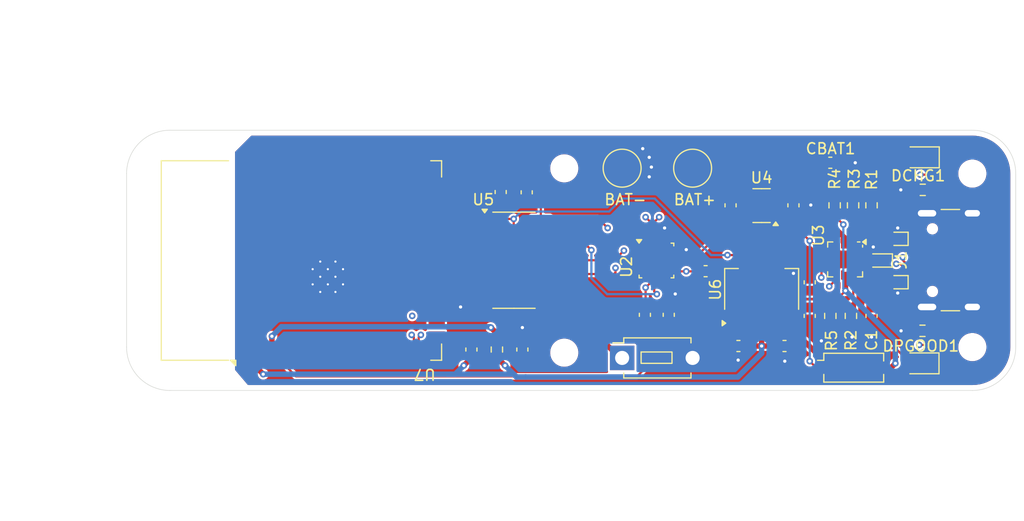
<source format=kicad_pcb>
(kicad_pcb (version 20241229) (generator "pcbnew") (generator_version "9.0")
  (layers (0 "F.Cu" signal) (4 "In1.Cu" signal) (6 "In2.Cu" signal) (2 "B.Cu" signal) (13 "F.Paste" user) (15 "B.Paste" user) (5 "F.SilkS" user "F.Silkscreen") (7 "B.SilkS" user "B.Silkscreen") (1 "F.Mask" user) (3 "B.Mask" user) (25 "Edge.Cuts" user))
  (net 0 "")
  (net 1 "GND")
  (net 16 "Net-(U3-ILIM)")
  (net 17 "Net-(U3-ISET)")
  (net 18 "+5V")
  (net 20 "Net-(BT1-+)")
  (net 21 "Net-(U2-REGOUT)")
  (net 22 "Net-(U3-TS)")
  (net 23 "Net-(U2-SDA{slash}SDI)")
  (net 24 "Net-(U2-SDO{slash}AD0)")
  (net 25 "Net-(U2-~{CS})")
  (net 26 "Net-(U2-SCL{slash}SCLK)")
  (net 31 "Net-(J1-CC1)")
  (net 32 "Net-(J1-CC2)")
  (net 33 "Net-(SW2A-A)")
  (net 34 "LED_PWR")
  (net 35 "+1V8")
  (net 36 "+3V3")
  (net 37 "Net-(DCHG1-A)")
  (net 38 "Net-(DCHG1-K)")
  (net 39 "Net-(DPGOOD1-A)")
  (net 40 "Net-(DPGOOD1-K)")
  (net 41 "Net-(U7-EN)")
  (net 42 "D+")
  (net 43 "D-")
  (net 44 "INT1")
  (net 45 "SDO")
  (net 46 "SCL")
  (net 47 "CS")
  (net 48 "SDA")
  (footprint "Package_DFN_QFN:VQFN-16-1EP_3x3mm_P0.5mm_EP1.6x1.6mm" (layer "F.Cu") (at 170.265 82.915 -90)
    (property "Reference" "U3")
    (property "Value" "BQ24074")
  )
  (footprint "Button_Switch_THT:SW_PUSH_1P1T_6x3.5mm_H4.3_APEM_MJTP1243" (layer "F.Cu") (at 149.7 92)
    (property "Reference" "SW1" (hide yes))
    (property "Value" "SW_Push")
  )
  (footprint "Capacitor_SMD:C_0603_1608Metric" (layer "F.Cu") (at 164.675 90.9 180)
    (property "Reference" "COUT1" (hide yes))
    (property "Value" "22uF")
  )
  (footprint "Resistor_SMD:R_0603_1608Metric" (layer "F.Cu") (at 177.4 89.5 180)
    (property "Reference" "R_CC1" (hide yes))
    (property "Value" "R5.1k")
  )
  (footprint "Resistor_SMD:R_0603_1608Metric" (layer "F.Cu") (at 171 77.925 -90)
    (property "Reference" "R3")
    (property "Value" "R10k")
  )
  (footprint "Resistor_SMD:R_0603_1608Metric" (layer "F.Cu") (at 169.3 77.925 90)
    (property "Reference" "R4")
    (property "Value" "R1k")
  )
  (footprint "Capacitor_SMD:C_0603_1608Metric" (layer "F.Cu") (at 138.5 76.7 90)
    (property "Reference" "C_BP7" (hide yes))
    (property "Value" "0.1uF")
  )
  (footprint "MountingHole:MountingHole_2.2mm_M2" (layer "F.Cu") (at 182 91 90)
    (property "Reference" "H4" (hide yes))
    (property "Value" "MountingHole")
  )
  (footprint "Button_Switch_SMD:SW_DIP_SPSTx01_Slide_Copal_CHS-01A_W5.08mm_P1.27mm_JPin" (layer "F.Cu") (at 171.06 92.9)
    (property "Reference" "SW2" (hide yes))
    (property "Value" "SW")
  )
  (footprint "Capacitor_SMD:C_0603_1608Metric" (layer "F.Cu") (at 160.425 90.9 180)
    (property "Reference" "C_BP2" (hide yes))
    (property "Value" "0.1uF")
  )
  (footprint "MountingHole:MountingHole_2.2mm_M2" (layer "F.Cu") (at 144.365 74.515 90)
    (property "Reference" "H2" (hide yes))
    (property "Value" "MountingHole")
  )
  (footprint "Sensor_Motion:InvenSense_QFN-24_3x3mm_P0.4mm" (layer "F.Cu") (at 152.865 83.015)
    (property "Reference" "U2")
    (property "Value" "ICM-20948")
  )
  (footprint "Resistor_SMD:R_0603_1608Metric" (layer "F.Cu") (at 172.7 77.925 90)
    (property "Reference" "R1")
    (property "Value" "R1.13k")
  )
  (footprint "Capacitor_SMD:C_0603_1608Metric" (layer "F.Cu") (at 168.9 74)
    (property "Reference" "CBAT1")
    (property "Value" "4.7uF")
  )
  (footprint "Capacitor_SMD:C_0603_1608Metric" (layer "F.Cu") (at 172.7 88.125 90)
    (property "Reference" "C1")
    (property "Value" "1uF")
  )
  (footprint "Capacitor_SMD:C_0603_1608Metric" (layer "F.Cu") (at 154 88.025 -90)
    (property "Reference" "C2" (hide yes))
    (property "Value" "0.1uF")
  )
  (footprint "Package_TO_SOT_SMD:SOT-223-3_TabPin2" (layer "F.Cu") (at 162.565 85.665 90)
    (property "Reference" "U6")
    (property "Value" "AMS1117-3.3")
  )
  (footprint "Resistor_SMD:R_0603_1608Metric" (layer "F.Cu") (at 170.8 88.125 -90)
    (property "Reference" "R2")
    (property "Value" "R1.18k")
  )
  (footprint "Capacitor_SMD:C_0603_1608Metric" (layer "F.Cu") (at 140.9 76.725 90)
    (property "Reference" "C_BP6" (hide yes))
    (property "Value" "0.1uF")
  )
  (footprint "Package_SO:SOIC-14_3.9x8.7mm_P1.27mm" (layer "F.Cu") (at 139.725 82.99)
    (property "Reference" "U5")
    (property "Value" "TXB0104D")
  )
  (footprint "MountingHole:MountingHole_2.2mm_M2" (layer "F.Cu") (at 182 75 90)
    (property "Reference" "H3" (hide yes))
    (property "Value" "MountingHole")
  )
  (footprint "Capacitor_SMD:C_0603_1608Metric" (layer "F.Cu") (at 151.8 88.025 -90)
    (property "Reference" "C_BP3" (hide yes))
    (property "Value" "0.1uF")
  )
  (footprint "Resistor_SMD:R_0603_1608Metric" (layer "F.Cu") (at 138.15 91.225 -90)
    (property "Reference" "REN1" (hide yes))
    (property "Value" "R1k")
  )
  (footprint "LED_SMD:LED_0805_2012Metric" (layer "F.Cu") (at 177.2375 92.5 180)
    (property "Reference" "DPGOOD1")
    (property "Value" "LED")
  )
  (footprint "MountingHole:MountingHole_2.2mm_M2" (layer "F.Cu") (at 144.365 91.515 90)
    (property "Reference" "H1" (hide yes))
    (property "Value" "MountingHole")
  )
  (footprint "Capacitor_SMD:C_0603_1608Metric" (layer "F.Cu") (at 165.5 77.925 -90)
    (property "Reference" "CIN2" (hide yes))
    (property "Value" "1uF")
  )
  (footprint "RF_Module:ESP32-S3-WROOM-1" (layer "F.Cu") (at 120.1 83.015 90)
    (property "Reference" "U7")
    (property "Value" "ESP32-S3-WROOM-1")
  )
  (footprint "TestPoint:TestPoint_Pad_D3.0mm" (layer "F.Cu") (at 149.7 74.5)
    (property "Reference" "BAT-")
    (property "Value" "TestPoint_Pad_D3.0mm")
  )
  (footprint "Capacitor_SMD:C_0603_1608Metric" (layer "F.Cu") (at 135.8 91.225 90)
    (property "Reference" "C_BP5" (hide yes))
    (property "Value" "0.1uF")
  )
  (footprint "Diode_SMD:D_SOD-882" (layer "F.Cu") (at 175.265 85.015 180)
    (property "Reference" "D3" (hide yes))
    (property "Value" "PESD3V3U1UL")
  )
  (footprint "Capacitor_SMD:C_0603_1608Metric" (layer "F.Cu") (at 157.4 84)
    (property "Reference" "C_BP4" (hide yes))
    (property "Value" "0.1uF")
  )
  (footprint "TestPoint:TestPoint_Pad_D3.0mm" (layer "F.Cu") (at 156.2 74.5)
    (property "Reference" "BAT+")
    (property "Value" "TestPoint_Pad_D3.0mm")
  )
  (footprint "Resistor_SMD:R_0603_1608Metric" (layer "F.Cu") (at 177.425 76.5 180)
    (property "Reference" "R_CC2" (hide yes))
    (property "Value" "R5.1k")
  )
  (footprint "Capacitor_SMD:C_0603_1608Metric" (layer "F.Cu") (at 167 85.025 -90)
    (property "Reference" "C_BP1" (hide yes))
    (property "Value" "0.1uF")
  )
  (footprint "Capacitor_SMD:C_0603_1608Metric" (layer "F.Cu") (at 140.5 91.225 90)
    (property "Reference" "CEN1" (hide yes))
    (property "Value" "0.1uF")
  )
  (footprint "Package_TO_SOT_SMD:SOT-23-5" (layer "F.Cu") (at 162.5625 77.95 180)
    (property "Reference" "U4")
    (property "Value" "TLV70019_SOT23-5")
  )
  (footprint "Connector_USB:USB_C_Receptacle_GCT_USB4105-xx-A_16P_TopMnt_Horizontal" (layer "F.Cu") (at 180.925 82.98 90)
    (property "Reference" "J1")
    (property "Value" "Type-C Connector")
  )
  (footprint "Diode_SMD:Nexperia_DSN1608-2_1.6x0.8mm" (layer "F.Cu") (at 173.615 83.015 180)
    (property "Reference" "D1" (hide yes))
    (property "Value" "PTVS5V0Z1USK")
  )
  (footprint "Diode_SMD:D_SOD-882" (layer "F.Cu") (at 175.265 81.015 180)
    (property "Reference" "D2" (hide yes))
    (property "Value" "PESD3V3U1UL")
  )
  (footprint "Resistor_SMD:R_0603_1608Metric" (layer "F.Cu") (at 168.9 88.125 -90)
    (property "Reference" "R5")
    (property "Value" "R1k")
  )
  (footprint "Capacitor_SMD:C_0603_1608Metric" (layer "F.Cu") (at 159.7 77.925 90)
    (property "Reference" "COUT2" (hide yes))
    (property "Value" "1uF")
  )
  (footprint "LED_SMD:LED_0805_2012Metric" (layer "F.Cu") (at 177.2625 73.5 180)
    (property "Reference" "DCHG1")
    (property "Value" "LED")
  )
  (footprint "Capacitor_SMD:C_0603_1608Metric" (layer "F.Cu") (at 167 88.125 90)
    (property "Reference" "CIN1" (hide yes))
    (property "Value" "22uF")
  )
  (gr_line (start 104 75) (end 104 91) (stroke (width 0.05)) (layer "Edge.Cuts"))
  (gr_arc (start 186 91) (mid 184.828427 93.828427) (end 182 95) (stroke (width 0.05)) (layer "Edge.Cuts"))
  (gr_arc (start 108 95) (mid 105.171573 93.828427) (end 104 91) (stroke (width 0.05)) (layer "Edge.Cuts"))
  (gr_line (start 182 95) (end 108 95) (stroke (width 0.05)) (layer "Edge.Cuts"))
  (gr_arc (start 104 75) (mid 105.171573 72.171573) (end 108 71) (stroke (width 0.05)) (layer "Edge.Cuts"))
  (gr_arc (start 182 71) (mid 184.828427 72.171573) (end 186 75) (stroke (width 0.05)) (layer "Edge.Cuts"))
  (gr_line (start 186 75) (end 186 91) (stroke (width 0.05)) (layer "Edge.Cuts"))
  (gr_line (start 182 71) (end 108 71) (stroke (width 0.05)) (layer "Edge.Cuts"))
  (segment (start 176.6 76.5) (end 175.4 76.5) (width 0.2) (layer "F.Cu") (net 1))
  (segment (start 173.015 83.015) (end 173.015 81.915) (width 0.2) (layer "F.Cu") (net 1))
  (segment (start 152.3 74.5) (end 149.7 74.5) (width 0.2) (layer "F.Cu") (net 1))
  (segment (start 151.5 73.5) (end 150.5 74.5) (width 0.2) (layer "F.Cu") (net 1))
  (segment (start 153.465 84.515) (end 153.465 84.965) (width 0.2) (layer "F.Cu") (net 1))
  (segment (start 160.4 92.2) (end 159.65 91.45) (width 0.5) (layer "F.Cu") (net 1))
  (segment (start 169.589 81.5515) (end 169.589 82.239) (width 0.2) (layer "F.Cu") (net 1))
  (segment (start 165.45 91.55) (end 164.7 92.3) (width 0.5) (layer "F.Cu") (net 1))
  (segment (start 166.35 77.15) (end 167.1 77.9) (width 0.2) (layer "F.Cu") (net 1))
  (segment (start 174.915 85.015) (end 174.915 85.815) (width 0.2) (layer "F.Cu") (net 1))
  (segment (start 165.5 77.15) (end 166.35 77.15) (width 0.2) (layer "F.Cu") (net 1))
  (segment (start 153.465 80.165) (end 153.615 80.015) (width 0.2) (layer "F.Cu") (net 1))
  (segment (start 177.245 86.825) (end 177.82 87.4) (width 0.5) (layer "F.Cu") (net 1))
  (segment (start 168.8275 82.665) (end 170.015 82.665) (width 0.2) (layer "F.Cu") (net 1))
  (segment (start 153.465 81.515) (end 153.465 80.165) (width 0.2) (layer "F.Cu") (net 1))
  (segment (start 169.566 83.614) (end 170.265 82.915) (width 0.2) (layer "F.Cu") (net 1))
  (segment (start 150.499 75.299) (end 152.2 75.299) (width 0.2) (layer "F.Cu") (net 1))
  (segment (start 170.015 82.665) (end 170.265 82.915) (width 0.2) (layer "F.Cu") (net 1))
  (segment (start 149.7 73.8) (end 149.7 74.5) (width 0.2) (layer "F.Cu") (net 1))
  (segment (start 167 88.9) (end 167 89.34853) (width 0.2) (layer "F.Cu") (net 1))
  (segment (start 174.915 85.815) (end 175.115 86.015) (width 0.2) (layer "F.Cu") (net 1))
  (segment (start 172.865 83.165) (end 171.7025 83.165) (width 0.2) (layer "F.Cu") (net 1))
  (segment (start 150.5 74.5) (end 149.7 74.5) (width 0.2) (layer "F.Cu") (net 1))
  (segment (start 168.8275 83.665) (end 168.8785 83.614) (width 0.2) (layer "F.Cu") (net 1))
  (segment (start 177.245 79.335) (end 177.82 78.76) (width 0.5) (layer "F.Cu") (net 1))
  (segment (start 164.7 77.95) (end 165.5 77.15) (width 0.2) (layer "F.Cu") (net 1))
  (segment (start 177.245 86.28) (end 177.245 86.825) (width 0.5) (layer "F.Cu") (net 1))
  (segment (start 159.65 91.45) (end 159.65 90.9) (width 0.5) (layer "F.Cu") (net 1))
  (segment (start 169.675 74) (end 171.2 74) (width 0.5) (layer "F.Cu") (net 1))
  (segment (start 176.575 89.5) (end 175.425 89.5) (width 0.2) (layer "F.Cu") (net 1))
  (segment (start 163.7 77.95) (end 164.7 77.95) (width 0.2) (layer "F.Cu") (net 1))
  (segment (start 153.465 84.965) (end 154.6 86.1) (width 0.2) (layer "F.Cu") (net 1))
  (segment (start 169.589 82.239) (end 170.265 82.915) (width 0.2) (layer "F.Cu") (net 1))
  (segment (start 177.245 79.335) (end 177.245 79.78) (width 0.5) (layer "F.Cu") (net 1))
  (segment (start 174.915 80.215) (end 175.115 80.015) (width 0.2) (layer "F.Cu") (net 1))
  (segment (start 152.2 73.5) (end 151.5 73.5) (width 0.2) (layer "F.Cu") (net 1))
  (segment (start 137.25 86.8) (end 135.3 86.8) (width 0.2) (layer "F.Cu") (net 1))
  (segment (start 151.6 72.7) (end 150.8 72.7) (width 0.2) (layer "F.Cu") (net 1))
  (segment (start 172.865 81.765) (end 172.8622 81.7678) (width 0.2) (layer "F.Cu") (net 1))
  (segment (start 170.9 88.975) (end 170.9 90.075) (width 0.2) (layer "F.Cu") (net 1))
  (segment (start 168.8785 83.614) (end 169.566 83.614) (width 0.2) (layer "F.Cu") (net 1))
  (segment (start 172.7 88.925) (end 172.7 90.075) (width 0.2) (layer "F.Cu") (net 1))
  (segment (start 174.915 81.015) (end 174.915 80.215) (width 0.2) (layer "F.Cu") (net 1))
  (segment (start 167 89.34853) (end 168.075735 90.424265) (width 0.2) (layer "F.Cu") (net 1))
  (segment (start 149.7 74.5) (end 150.499 75.299) (width 0.2) (layer "F.Cu") (net 1))
  (segment (start 140.5 89.2) (end 140.5 90.45) (width 0.2) (layer "F.Cu") (net 1))
  (segment (start 154.365 82.015) (end 155.615 82.015) (width 0.2) (layer "F.Cu") (net 1))
  (segment (start 152.4 74.4) (end 152.3 74.5) (width 0.2) (layer "F.Cu") (net 1))
  (segment (start 165.55 84.25) (end 165.5 84.2) (width 0.2) (layer "F.Cu") (net 1))
  (segment (start 171.7025 83.165) (end 170.515 83.165) (width 0.2) (layer "F.Cu") (net 1))
  (segment (start 170.515 83.165) (end 170.265 82.915) (width 0.2) (layer "F.Cu") (net 1))
  (segment (start 150.8 72.7) (end 149.7 73.8) (width 0.2) (layer "F.Cu") (net 1))
  (segment (start 167 84.25) (end 165.55 84.25) (width 0.2) (layer "F.Cu") (net 1))
  (segment (start 173.015 81.915) (end 172.865 81.765) (width 0.2) (layer "F.Cu") (net 1))
  (segment (start 135.3 86.8) (end 134.8 87.3) (width 0.2) (layer "F.Cu") (net 1))
  (segment (start 169.515 81.4775) (end 169.589 81.5515) (width 0.2) (layer "F.Cu") (net 1))
  (segment (start 173.015 83.015) (end 172.865 83.165) (width 0.2) (layer "F.Cu") (net 1))
  (segment (start 165.45 90.9) (end 165.45 91.55) (width 0.5) (layer "F.Cu") (net 1))
  (via (at 140.5 89.2) (size 0.6) (drill 0.3) (layers "F.Cu" "B.Cu") (net 1))
  (via (at 171.2 74) (size 0.6) (drill 0.3) (layers "F.Cu" "B.Cu") (net 1))
  (via (at 155.615 82.015) (size 0.6) (drill 0.3) (layers "F.Cu" "B.Cu") (net 1))
  (via (at 172.8622 81.7678) (size 0.6) (drill 0.3) (layers "F.Cu" "B.Cu") (net 1))
  (via (at 154.6 86.1) (size 0.6) (drill 0.3) (layers "F.Cu" "B.Cu") (net 1))
  (via (at 164.7 92.3) (size 0.6) (drill 0.3) (layers "F.Cu" "B.Cu") (net 1))
  (via (at 152.2 75.299) (size 0.6) (drill 0.3) (layers "F.Cu" "B.Cu") (net 1))
  (via (at 175.115 86.015) (size 0.6) (drill 0.3) (layers "F.Cu" "B.Cu") (net 1))
  (via (at 165.5 84.2) (size 0.6) (drill 0.3) (layers "F.Cu" "B.Cu") (net 1))
  (via (at 175.425 89.5) (size 0.6) (drill 0.3) (layers "F.Cu" "B.Cu") (net 1))
  (via (at 153.615 80.015) (size 0.6) (drill 0.3) (layers "F.Cu" "B.Cu") (net 1))
  (via (at 152.4 74.4) (size 0.6) (drill 0.3) (layers "F.Cu" "B.Cu") (net 1))
  (via (at 170.9 90.075) (size 0.6) (drill 0.3) (layers "F.Cu" "B.Cu") (net 1))
  (via (at 152.2 73.5) (size 0.6) (drill 0.3) (layers "F.Cu" "B.Cu") (net 1))
  (via (at 167.1 77.9) (size 0.6) (drill 0.3) (layers "F.Cu" "B.Cu") (net 1))
  (via (at 175.4 76.5) (size 0.6) (drill 0.3) (layers "F.Cu" "B.Cu") (net 1))
  (via (at 160.4 92.2) (size 0.6) (drill 0.3) (layers "F.Cu" "B.Cu") (net 1))
  (via (at 168.075735 90.424265) (size 0.6) (drill 0.3) (layers "F.Cu" "B.Cu") (net 1))
  (via (at 134.8 87.3) (size 0.6) (drill 0.3) (layers "F.Cu" "B.Cu") (net 1))
  (via (at 151.6 72.7) (size 0.6) (drill 0.3) (layers "F.Cu" "B.Cu") (net 1))
  (via (at 172.7 90.075) (size 0.6) (drill 0.3) (layers "F.Cu" "B.Cu") (net 1))
  (via (at 175.115 80.015) (size 0.6) (drill 0.3) (layers "F.Cu" "B.Cu") (net 1))
  (segment (start 171.015 84.3525) (end 171 84.3675) (width 0.2) (layer "F.Cu") (net 16))
  (segment (start 171.015 84.3525) (end 171.015 87.31) (width 0.2) (layer "F.Cu") (net 16))
  (segment (start 171.015 87.31) (end 171 87.325) (width 0.2) (layer "F.Cu") (net 16))
  (segment (start 171.7025 82.165) (end 171.7025 82.040001) (width 0.2) (layer "F.Cu") (net 17))
  (segment (start 172.7 81.042501) (end 172.7 78.8) (width 0.2) (layer "F.Cu") (net 17))
  (segment (start 171.7025 82.040001) (end 172.7 81.042501) (width 0.2) (layer "F.Cu") (net 17))
  (segment (start 176.6159 85.38) (end 177.245 85.38) (width 0.5) (layer "F.Cu") (net 18))
  (segment (start 177.185 85.415) (end 177.185 85.445) (width 0.5) (layer "F.Cu") (net 18))
  (segment (start 175.865 86.765) (end 174.365 86.765) (width 0.5) (layer "F.Cu") (net 18))
  (segment (start 174.365 86.765) (end 173.9 86.3) (width 0.5) (layer "F.Cu") (net 18))
  (segment (start 172.7 84.425956) (end 172.015044 83.741) (width 0.5) (layer "F.Cu") (net 18))
  (segment (start 176.159 86.471) (end 176.159 85.8369) (width 0.5) (layer "F.Cu") (net 18))
  (segment (start 173.616 83.816) (end 173.9 84.1) (width 0.5) (layer "F.Cu") (net 18))
  (segment (start 171.7775 83.816) (end 173.309956 83.816) (width 0.5) (layer "F.Cu") (net 18))
  (segment (start 174.365 79.265) (end 173.9 79.73) (width 0.5) (layer "F.Cu") (net 18))
  (segment (start 176.6159 80.58) (end 177.245 80.58) (width 0.5) (layer "F.Cu") (net 18))
  (segment (start 176.159 85.8369) (end 176.6159 85.38) (width 0.5) (layer "F.Cu") (net 18))
  (segment (start 172.7 84.425956) (end 173.309956 83.816) (width 0.5) (layer "F.Cu") (net 18))
  (segment (start 176.159 79.559) (end 176.159 80.1231) (width 0.5) (layer "F.Cu") (net 18))
  (segment (start 176.159 86.471) (end 175.865 86.765) (width 0.5) (layer "F.Cu") (net 18))
  (segment (start 173.309956 83.816) (end 173.9 83.225956) (width 0.5) (layer "F.Cu") (net 18))
  (segment (start 173.9 86.3) (end 173.9 84.1) (width 0.5) (layer "F.Cu") (net 18))
  (segment (start 176.159 79.559) (end 175.865 79.265) (width 0.5) (layer "F.Cu") (net 18))
  (segment (start 171.75 83.7885) (end 171.7775 83.816) (width 0.5) (layer "F.Cu") (net 18))
  (segment (start 173.9 83.225956) (end 173.9 83.015) (width 0.5) (layer "F.Cu") (net 18))
  (segment (start 175.865 79.265) (end 174.365 79.265) (width 0.5) (layer "F.Cu") (net 18))
  (segment (start 172.7 87.35) (end 172.7 84.425956) (width 0.5) (layer "F.Cu") (net 18))
  (segment (start 173.9 79.73) (end 173.9 83.015) (width 0.5) (layer "F.Cu") (net 18))
  (segment (start 173.309956 83.816) (end 173.616 83.816) (width 0.5) (layer "F.Cu") (net 18))
  (segment (start 173.9 84.1) (end 173.9 83.015) (width 0.5) (layer "F.Cu") (net 18))
  (segment (start 176.159 80.1231) (end 176.6159 80.58) (width 0.5) (layer "F.Cu") (net 18))
  (segment (start 172.015044 83.741) (end 171.7025 83.741) (width 0.5) (layer "F.Cu") (net 18))
  (segment (start 168.326 74.201) (end 168.326 74.8) (width 0.5) (layer "F.Cu") (net 20))
  (segment (start 169.1 80.4) (end 169.7 80.4) (width 0.5) (layer "F.Cu") (net 20))
  (segment (start 169.7 80.4) (end 170.3 81) (width 0.5) (layer "F.Cu") (net 20))
  (segment (start 168.026 74.5) (end 168.326 74.8) (width 0.5) (layer "F.Cu") (net 20))
  (segment (start 156.2 74.5) (end 168.026 74.5) (width 0.5) (layer "F.Cu") (net 20))
  (segment (start 168.326 74.8) (end 168.326 79.626) (width 0.5) (layer "F.Cu") (net 20))
  (segment (start 170.3 81) (end 170.3 81.664) (width 0.5) (layer "F.Cu") (net 20))
  (segment (start 168.125 74) (end 168.326 74.201) (width 0.5) (layer "F.Cu") (net 20))
  (segment (start 168.326 79.626) (end 169.1 80.4) (width 0.5) (layer "F.Cu") (net 20))
  (segment (start 154 86.1) (end 153.065 85.165) (width 0.2) (layer "F.Cu") (net 21))
  (segment (start 153.065 85.165) (end 153.065 84.515) (width 0.2) (layer "F.Cu") (net 21))
  (segment (start 154 87.25) (end 154 86.1) (width 0.2) (layer "F.Cu") (net 21))
  (segment (start 171.015 81.4775) (end 171.015 78.815) (width 0.2) (layer "F.Cu") (net 22))
  (segment (start 171.015 78.815) (end 171 78.8) (width 0.2) (layer "F.Cu") (net 22))
  (segment (start 142.65 80.9) (end 151.25 80.9) (width 0.2) (layer "F.Cu") (net 23))
  (segment (start 142.2 80.45) (end 142.65 80.9) (width 0.2) (layer "F.Cu") (net 23))
  (segment (start 151.25 80.9) (end 151.865 81.515) (width 0.2) (layer "F.Cu") (net 23))
  (segment (start 152.665 85.88) (end 152.9 86.115) (width 0.2) (layer "F.Cu") (net 24))
  (segment (start 152.665 84.515) (end 152.665 85.88) (width 0.2) (layer "F.Cu") (net 24))
  (segment (start 146.865 82.055) (end 146.53 81.72) (width 0.2) (layer "F.Cu") (net 24))
  (segment (start 146.53 81.72) (end 142.2 81.72) (width 0.2) (layer "F.Cu") (net 24))
  (via (at 146.865 82.055) (size 0.6) (drill 0.3) (layers "F.Cu" "B.Cu") (net 24))
  (via (at 152.9 86.115) (size 0.6) (drill 0.3) (layers "F.Cu" "B.Cu") (net 24))
  (segment (start 152.113943 86.116) (end 148.316 86.116) (width 0.2) (layer "B.Cu") (net 24))
  (segment (start 148.316 86.116) (end 146.865 84.665) (width 0.2) (layer "B.Cu") (net 24))
  (segment (start 152.114943 86.115) (end 152.113943 86.116) (width 0.2) (layer "B.Cu") (net 24))
  (segment (start 146.865 84.665) (end 146.865 82.055) (width 0.2) (layer "B.Cu") (net 24))
  (segment (start 152.9 86.115) (end 152.114943 86.115) (width 0.2) (layer "B.Cu") (net 24))
  (segment (start 152.665 79.465) (end 153.115 79.015) (width 0.2) (layer "F.Cu") (net 25))
  (segment (start 152.665 81.515) (end 152.665 79.465) (width 0.2) (layer "F.Cu") (net 25))
  (segment (start 149.089672 84.125003) (end 148.954675 84.26) (width 0.2) (layer "F.Cu") (net 25))
  (segment (start 149.089672 83.7) (end 149.089672 84.125003) (width 0.2) (layer "F.Cu") (net 25))
  (segment (start 148.954675 84.26) (end 142.2 84.26) (width 0.2) (layer "F.Cu") (net 25))
  (via (at 153.115 79.015) (size 0.6) (drill 0.3) (layers "F.Cu" "B.Cu") (net 25))
  (via (at 149.089672 83.7) (size 0.6) (drill 0.3) (layers "F.Cu" "B.Cu") (net 25))
  (segment (start 149.865 82.1) (end 148.975 82.99) (width 0.2) (layer "F.Cu") (net 26))
  (segment (start 152.265 79.415) (end 151.865 79.015) (width 0.2) (layer "F.Cu") (net 26))
  (segment (start 142.889999 83.325) (end 141.915 83.325) (width 0.2) (layer "F.Cu") (net 26))
  (segment (start 152.265 81.515) (end 152.265 79.415) (width 0.2) (layer "F.Cu") (net 26))
  (segment (start 148.975 82.99) (end 142.2 82.99) (width 0.2) (layer "F.Cu") (net 26))
  (via (at 149.865 82.1) (size 0.6) (drill 0.3) (layers "F.Cu" "B.Cu") (net 26))
  (via (at 151.865 79.015) (size 0.6) (drill 0.3) (layers "F.Cu" "B.Cu") (net 26))
  (segment (start 179.03 84.23) (end 179.75 84.95) (width 0.2) (layer "F.Cu") (net 31))
  (segment (start 177.245 84.23) (end 179.03 84.23) (width 0.2) (layer "F.Cu") (net 31))
  (segment (start 179.75 84.95) (end 179.75 87.975) (width 0.2) (layer "F.Cu") (net 31))
  (segment (start 179.75 87.975) (end 178.225 89.5) (width 0.2) (layer "F.Cu") (net 31))
  (segment (start 179.75 80.5) (end 179.02 81.23) (width 0.2) (layer "F.Cu") (net 32))
  (segment (start 178.234 76.484) (end 178.25 76.5) (width 0.2) (layer "F.Cu") (net 32))
  (segment (start 179.75 78) (end 178.25 76.5) (width 0.2) (layer "F.Cu") (net 32))
  (segment (start 179.02 81.23) (end 177.245 81.23) (width 0.2) (layer "F.Cu") (net 32))
  (segment (start 179.75 80.5) (end 179.75 78) (width 0.2) (layer "F.Cu") (net 32))
  (segment (start 167 81.2) (end 165.5 79.7) (width 0.2) (layer "F.Cu") (net 33))
  (segment (start 162.6 78.462499) (end 163.037501 78.9) (width 0.2) (layer "F.Cu") (net 33))
  (segment (start 168.52 92.9) (end 168.52 92.47) (width 0.5) (layer "F.Cu") (net 33))
  (segment (start 167.6 92.9) (end 167 92.3) (width 0.2) (layer "F.Cu") (net 33))
  (segment (start 162.6 77.4) (end 162.6 78.462499) (width 0.2) (layer "F.Cu") (net 33))
  (segment (start 166.1 85.8) (end 167 85.8) (width 0.2) (layer "F.Cu") (net 33))
  (segment (start 164.885 88.815) (end 166.35 87.35) (width 0.2) (layer "F.Cu") (net 33))
  (segment (start 168.035 82.165) (end 168.8275 82.165) (width 0.2) (layer "F.Cu") (net 33))
  (segment (start 168.52 92.9) (end 167.6 92.9) (width 0.2) (layer "F.Cu") (net 33))
  (segment (start 164.865 88.815) (end 164.885 88.815) (width 0.2) (layer "F.Cu") (net 33))
  (segment (start 168.52 92.47) (end 164.865 88.815) (width 0.5) (layer "F.Cu") (net 33))
  (segment (start 163.7 78.9) (end 165.3 78.9) (width 0.2) (layer "F.Cu") (net 33))
  (segment (start 167.07 81.2) (end 168.035 82.165) (width 0.2) (layer "F.Cu") (net 33))
  (segment (start 164.865 87.035) (end 166.1 85.8) (width 0.2) (layer "F.Cu") (net 33))
  (segment (start 168.374202 82.165) (end 168.8275 82.165) (width 0.2) (layer "F.Cu") (net 33))
  (segment (start 165.3 78.9) (end 165.5 78.7) (width 0.2) (layer "F.Cu") (net 33))
  (segment (start 166.35 87.35) (end 167 87.35) (width 0.2) (layer "F.Cu") (net 33))
  (segment (start 165.5 79.7) (end 165.5 78.7) (width 0.2) (layer "F.Cu") (net 33))
  (segment (start 164.865 88.815) (end 164.865 87.035) (width 0.2) (layer "F.Cu") (net 33))
  (segment (start 163 77) (end 162.6 77.4) (width 0.2) (layer "F.Cu") (net 33))
  (segment (start 163.7 77) (end 163 77) (width 0.2) (layer "F.Cu") (net 33))
  (segment (start 167 81.2) (end 167.07 81.2) (width 0.2) (layer "F.Cu") (net 33))
  (segment (start 163.037501 78.9) (end 163.7 78.9) (width 0.2) (layer "F.Cu") (net 33))
  (via (at 167 81.2) (size 0.6) (drill 0.3) (layers "F.Cu" "B.Cu") (net 33))
  (via (at 167 92.3) (size 0.6) (drill 0.3) (layers "F.Cu" "B.Cu") (net 33))
  (segment (start 167 92.3) (end 167 81.2) (width 0.2) (layer "B.Cu") (net 33))
  (segment (start 174.5 92.9) (end 174.9 92.5) (width 0.5) (layer "F.Cu") (net 34))
  (segment (start 169.3 78.75) (end 169.3 78.9) (width 0.2) (layer "F.Cu") (net 34))
  (segment (start 168.9 87.2) (end 170.3 85.8) (width 0.2) (layer "F.Cu") (net 34))
  (segment (start 170.3 85.8) (end 170.3 84.3) (width 0.5) (layer "F.Cu") (net 34))
  (segment (start 168.9 87.3) (end 168.9 87.2) (width 0.2) (layer "F.Cu") (net 34))
  (segment (start 173.6 92.9) (end 174.5 92.9) (width 0.5) (layer "F.Cu") (net 34))
  (segment (start 169.3 78.9) (end 170.1 79.7) (width 0.2) (layer "F.Cu") (net 34))
  (via (at 174.9 92.5) (size 0.6) (drill 0.3) (layers "F.Cu" "B.Cu") (net 34))
  (via (at 170.3 85.8) (size 0.6) (drill 0.3) (layers "F.Cu" "B.Cu") (net 34))
  (via (at 170.1 79.7) (size 0.6) (drill 0.3) (layers "F.Cu" "B.Cu") (net 34))
  (segment (start 174.9 90.4) (end 170.3 85.8) (width 0.5) (layer "B.Cu") (net 34))
  (segment (start 170.1 79.7) (end 170.1 85.6) (width 0.2) (layer "B.Cu") (net 34))
  (segment (start 170.1 85.6) (end 170.3 85.8) (width 0.2) (layer "B.Cu") (net 34))
  (segment (start 174.9 92.5) (end 174.9 90.4) (width 0.5) (layer "B.Cu") (net 34))
  (segment (start 142.28 79.1) (end 142.2 79.18) (width 0.2) (layer "F.Cu") (net 35))
  (segment (start 142.2 77.8) (end 142.2 79.18) (width 0.2) (layer "F.Cu") (net 35))
  (segment (start 147.45 79.1) (end 142.28 79.1) (width 0.2) (layer "F.Cu") (net 35))
  (segment (start 156.535 84.015) (end 156.55 84) (width 0.2) (layer "F.Cu") (net 35))
  (segment (start 141.9 77.5) (end 142.2 77.8) (width 0.2) (layer "F.Cu") (net 35))
  (segment (start 148.16431 79.81431) (end 147.45 79.1) (width 0.2) (layer "F.Cu") (net 35))
  (segment (start 155.615 84.015) (end 156.61 84.015) (width 0.2) (layer "F.Cu") (net 35))
  (segment (start 152.265 85.115) (end 151.865 85.515) (width 0.2) (layer "F.Cu") (net 35))
  (segment (start 156.625 82.575) (end 156.625 84) (width 0.2) (layer "F.Cu") (net 35))
  (segment (start 148.365005 80.016) (end 148.16431 79.815305) (width 0.2) (layer "F.Cu") (net 35))
  (segment (start 161.425 78.9) (end 159.9 78.9) (width 0.2) (layer "F.Cu") (net 35))
  (segment (start 159.7 79.5) (end 156.625 82.575) (width 0.2) (layer "F.Cu") (net 35))
  (segment (start 148.16431 79.815305) (end 148.16431 79.81431) (width 0.2) (layer "F.Cu") (net 35))
  (segment (start 151.865 87.215) (end 151.9 87.25) (width 0.2) (layer "F.Cu") (net 35))
  (segment (start 159.7 78.7) (end 159.7 79.5) (width 0.2) (layer "F.Cu") (net 35))
  (segment (start 140.9 77.5) (end 141.9 77.5) (width 0.2) (layer "F.Cu") (net 35))
  (segment (start 159.9 78.9) (end 159.7 78.7) (width 0.2) (layer "F.Cu") (net 35))
  (segment (start 152.265 84.515) (end 152.265 85.115) (width 0.2) (layer "F.Cu") (net 35))
  (segment (start 155.615 84.015) (end 154.365 84.015) (width 0.2) (layer "F.Cu") (net 35))
  (segment (start 151.865 85.515) (end 151.865 87.215) (width 0.2) (layer "F.Cu") (net 35))
  (segment (start 156.61 84.015) (end 156.625 84) (width 0.2) (layer "F.Cu") (net 35))
  (via (at 148.365005 80.016) (size 0.6) (drill 0.3) (layers "F.Cu" "B.Cu") (net 35))
  (via (at 155.615 84.015) (size 0.6) (drill 0.3) (layers "F.Cu" "B.Cu") (net 35))
  (via (at 151.865 85.515) (size 0.6) (drill 0.3) (layers "F.Cu" "B.Cu") (net 35))
  (segment (start 138.25 92.05) (end 138.9 92.7) (width 0.5) (layer "F.Cu") (net 36))
  (segment (start 162.565 90.9) (end 161.2 90.9) (width 0.5) (layer "F.Cu") (net 36))
  (segment (start 162.565 82.515) (end 162.565 88.815) (width 0.5) (layer "F.Cu") (net 36))
  (segment (start 141.225001 86.8) (end 139.7 85.274999) (width 0.2) (layer "F.Cu") (net 36))
  (segment (start 139.7 85.274999) (end 139.7 79.18) (width 0.2) (layer "F.Cu") (net 36))
  (segment (start 116.6 93.5) (end 116.11 93.01) (width 0.5) (layer "F.Cu") (net 36))
  (segment (start 138.15 92.05) (end 138.25 92.05) (width 0.5) (layer "F.Cu") (net 36))
  (segment (start 159.415 82.515) (end 162.565 82.515) (width 0.2) (layer "F.Cu") (net 36))
  (segment (start 116.11 93.01) (end 116.11 91.765) (width 0.5) (layer "F.Cu") (net 36))
  (segment (start 138.5 77.475) (end 138.5 79.08) (width 0.2) (layer "F.Cu") (net 36))
  (segment (start 162.565 90.9) (end 163.9 90.9) (width 0.5) (layer "F.Cu") (net 36))
  (segment (start 135.625 92.175) (end 135.1 92.7) (width 0.5) (layer "F.Cu") (net 36))
  (segment (start 137.25 79.18) (end 139.7 79.18) (width 0.2) (layer "F.Cu") (net 36))
  (segment (start 162.565 88.815) (end 162.565 90.9) (width 0.5) (layer "F.Cu") (net 36))
  (segment (start 142.2 86.8) (end 141.225001 86.8) (width 0.2) (layer "F.Cu") (net 36))
  (via (at 138.9 92.7) (size 0.6) (drill 0.3) (layers "F.Cu" "B.Cu") (net 36))
  (via (at 135.1 92.7) (size 0.6) (drill 0.3) (layers "F.Cu" "B.Cu") (net 36))
  (via (at 159.415 82.515) (size 0.6) (drill 0.3) (layers "F.Cu" "B.Cu") (net 36))
  (via (at 116.6 93.5) (size 0.6) (drill 0.3) (layers "F.Cu" "B.Cu") (net 36))
  (via (at 139.7 79.18) (size 0.6) (drill 0.3) (layers "F.Cu" "B.Cu") (net 36))
  (via (at 162.565 90.9) (size 0.6) (drill 0.3) (layers "F.Cu" "B.Cu") (net 36))
  (segment (start 138.9 92.7) (end 139.955017 93.755017) (width 0.5) (layer "B.Cu") (net 36))
  (segment (start 152.7 77.3) (end 149.7 77.3) (width 0.2) (layer "B.Cu") (net 36))
  (segment (start 135.1 92.7) (end 134.3 93.5) (width 0.5) (layer "B.Cu") (net 36))
  (segment (start 140.38 78.5) (end 139.7 79.18) (width 0.2) (layer "B.Cu") (net 36))
  (segment (start 139.955017 93.755017) (end 140.8 93.755017) (width 0.5) (layer "B.Cu") (net 36))
  (segment (start 148.5 78.5) (end 140.38 78.5) (width 0.2) (layer "B.Cu") (net 36))
  (segment (start 149.7 77.3) (end 148.5 78.5) (width 0.2) (layer "B.Cu") (net 36))
  (segment (start 140.8 93.755017) (end 160.370702 93.759298) (width 0.5) (layer "B.Cu") (net 36))
  (segment (start 134.3 93.5) (end 133.6 93.5) (width 0.5) (layer "B.Cu") (net 36))
  (segment (start 116.6 93.5) (end 133.6 93.5) (width 0.5) (layer "B.Cu") (net 36))
  (segment (start 139.7 93.5) (end 139.955017 93.755017) (width 0.5) (layer "B.Cu") (net 36))
  (segment (start 133.6 93.5) (end 139.7 93.5) (width 0.5) (layer "B.Cu") (net 36))
  (segment (start 162.565 91.565) (end 162.565 90.9) (width 0.5) (layer "B.Cu") (net 36))
  (segment (start 160.370702 93.759298) (end 162.565 91.565) (width 0.5) (layer "B.Cu") (net 36))
  (segment (start 159.415 82.515) (end 157.915 82.515) (width 0.2) (layer "B.Cu") (net 36))
  (segment (start 157.915 82.515) (end 152.7 77.3) (width 0.2) (layer "B.Cu") (net 36))
  (segment (start 172.9 73.5) (end 176.325 73.5) (width 0.2) (layer "F.Cu") (net 37))
  (segment (start 169.3 77.1) (end 172.9 73.5) (width 0.2) (layer "F.Cu") (net 37))
  (segment (start 169.515 84.685) (end 168.8 85.4) (width 0.2) (layer "F.Cu") (net 38))
  (segment (start 169.515 84.3525) (end 169.515 84.685) (width 0.2) (layer "F.Cu") (net 38))
  (segment (start 177.7 75.1) (end 177.2 75.1) (width 0.2) (layer "F.Cu") (net 38))
  (segment (start 178.2 73.5) (end 178.2 74.6) (width 0.2) (layer "F.Cu") (net 38))
  (segment (start 178.2 74.6) (end 177.7 75.1) (width 0.2) (layer "F.Cu") (net 38))
  (via (at 168.8 85.4) (size 0.6) (drill 0.3) (layers "F.Cu" "B.Cu") (net 38))
  (via (at 177.2 75.1) (size 0.6) (drill 0.3) (layers "F.Cu" "B.Cu") (net 38))
  (segment (start 168.9 88.95) (end 168.9 90.4) (width 0.2) (layer "F.Cu") (net 39))
  (segment (start 168.9 90.4) (end 169.6 91.1) (width 0.2) (layer "F.Cu") (net 39))
  (segment (start 169.6 91.1) (end 174.9 91.1) (width 0.2) (layer "F.Cu") (net 39))
  (segment (start 174.9 91.1) (end 176.3 92.5) (width 0.2) (layer "F.Cu") (net 39))
  (segment (start 178.175 91.425) (end 178.175 92.5) (width 0.2) (layer "F.Cu") (net 40))
  (segment (start 168.07046 84.30754) (end 168.089 84.289) (width 0.2) (layer "F.Cu") (net 40))
  (segment (start 168.089 83.450202) (end 168.374202 83.165) (width 0.2) (layer "F.Cu") (net 40))
  (segment (start 168.07046 84.586707) (end 168.07046 84.30754) (width 0.2) (layer "F.Cu") (net 40))
  (segment (start 177.55 90.8) (end 178.175 91.425) (width 0.2) (layer "F.Cu") (net 40))
  (segment (start 177.1 90.8) (end 177.55 90.8) (width 0.2) (layer "F.Cu") (net 40))
  (segment (start 168.089 84.289) (end 168.089 83.450202) (width 0.2) (layer "F.Cu") (net 40))
  (segment (start 168.374202 83.165) (end 168.8275 83.165) (width 0.2) (layer "F.Cu") (net 40))
  (via (at 177.1 90.8) (size 0.6) (drill 0.3) (layers "F.Cu" "B.Cu") (net 40))
  (via (at 168.07046 84.586707) (size 0.6) (drill 0.3) (layers "F.Cu" "B.Cu") (net 40))
  (segment (start 138.15 90.4) (end 138.15 89.75) (width 0.5) (layer "F.Cu") (net 41))
  (segment (start 138.15 89.75) (end 138.7 89.2) (width 0.5) (layer "F.Cu") (net 41))
  (segment (start 138.9 90.4) (end 140.5 92) (width 0.5) (layer "F.Cu") (net 41))
  (segment (start 149.7 92.2) (end 145.8 88.3) (width 0.5) (layer "F.Cu") (net 41))
  (segment (start 138.15 90.4) (end 138.9 90.4) (width 0.5) (layer "F.Cu") (net 41))
  (segment (start 138.15 89.75) (end 137.6 89.2) (width 0.5) (layer "F.Cu") (net 41))
  (segment (start 145.8 88.3) (end 139.6 88.3) (width 0.5) (layer "F.Cu") (net 41))
  (segment (start 117.4 91.785) (end 117.38 91.765) (width 0.5) (layer "F.Cu") (net 41))
  (segment (start 140.45 92.05) (end 140.5 92) (width 0.5) (layer "F.Cu") (net 41))
  (segment (start 139.6 88.3) (end 138.7 89.2) (width 0.5) (layer "F.Cu") (net 41))
  (segment (start 117.4 91.745) (end 117.38 91.765) (width 0.5) (layer "F.Cu") (net 41))
  (segment (start 117.4 90) (end 117.4 91.745) (width 0.5) (layer "F.Cu") (net 41))
  (via (at 137.6 89.2) (size 0.6) (drill 0.3) (layers "F.Cu" "B.Cu") (net 41))
  (via (at 117.4 90) (size 0.6) (drill 0.3) (layers "F.Cu" "B.Cu") (net 41))
  (segment (start 137.6 89.2) (end 137.524 89.124) (width 0.5) (layer "B.Cu") (net 41))
  (segment (start 118.276 89.124) (end 117.4 90) (width 0.5) (layer "B.Cu") (net 41))
  (segment (start 137.524 89.124) (end 118.276 89.124) (width 0.5) (layer "B.Cu") (net 41))
  (segment (start 176.537176 83.231) (end 177.245 83.231) (width 0.2) (layer "F.Cu") (net 42))
  (segment (start 175.615 81.365) (end 175.615 81.015) (width 0.2) (layer "F.Cu") (net 42))
  (segment (start 177.245 83.23) (end 175.83 83.23) (width 0.2) (layer "F.Cu") (net 42))
  (segment (start 175.615 81.015) (end 175.615 81.308824) (width 0.2) (layer "F.Cu") (net 42))
  (segment (start 175.615 81.365) (end 176.48 82.23) (width 0.2) (layer "F.Cu") (net 42))
  (segment (start 176.636176 82.23) (end 177.245 82.23) (width 0.2) (layer "F.Cu") (net 42))
  (segment (start 175.584834 82.722663) (end 175.584834 82.984834) (width 0.2) (layer "F.Cu") (net 42))
  (segment (start 176.369 83.062824) (end 176.537176 83.231) (width 0.2) (layer "F.Cu") (net 42))
  (segment (start 176.369 82.497176) (end 176.636176 82.23) (width 0.2) (layer "F.Cu") (net 42))
  (segment (start 175.83 83.23) (end 175.584834 82.984834) (width 0.2) (layer "F.Cu") (net 42))
  (segment (start 130.940001 91.355001) (end 130.940001 90.074999) (width 0.2) (layer "F.Cu") (net 42))
  (segment (start 176.48 82.23) (end 177.245 82.23) (width 0.2) (layer "F.Cu") (net 42))
  (segment (start 176.369 83.062824) (end 176.369 82.497176) (width 0.2) (layer "F.Cu") (net 42))
  (via (at 130.341051 88.122017) (size 0.6) (drill 0.3) (layers "F.Cu" "B.Cu") (net 42))
  (via (at 175.584834 82.722663) (size 0.6) (drill 0.3) (layers "F.Cu" "B.Cu") (net 42))
  (via (at 131.14 89.875) (size 0.6) (drill 0.3) (layers "F.Cu" "B.Cu") (net 42))
  (segment (start 177.853824 83.73) (end 178.121 83.462824) (width 0.2) (layer "F.Cu") (net 43))
  (segment (start 174.983792 83.323705) (end 175.356605 83.323705) (width 0.2) (layer "F.Cu") (net 43))
  (segment (start 177.853824 82.73) (end 177.245 82.73) (width 0.2) (layer "F.Cu") (net 43))
  (segment (start 175.7629 83.73) (end 175.356605 83.323705) (width 0.2) (layer "F.Cu") (net 43))
  (segment (start 178.121 83.462824) (end 178.121 82.997176) (width 0.2) (layer "F.Cu") (net 43))
  (segment (start 177.245 83.73) (end 175.7629 83.73) (width 0.2) (layer "F.Cu") (net 43))
  (segment (start 177.185 82.765) (end 177.160001 82.789999) (width 0.2) (layer "F.Cu") (net 43))
  (segment (start 177.245 83.73) (end 177.853824 83.73) (width 0.2) (layer "F.Cu") (net 43))
  (segment (start 130.489999 91.355001) (end 130.489999 90.074999) (width 0.2) (layer "F.Cu") (net 43))
  (segment (start 178.121 82.997176) (end 177.853824 82.73) (width 0.2) (layer "F.Cu") (net 43))
  (segment (start 175.7629 83.73) (end 175.615 83.8779) (width 0.2) (layer "F.Cu") (net 43))
  (segment (start 175.615 83.8779) (end 175.615 85.015) (width 0.2) (layer "F.Cu") (net 43))
  (via (at 174.983792 83.323705) (size 0.6) (drill 0.3) (layers "F.Cu" "B.Cu") (net 43))
  (via (at 130.29 89.875) (size 0.6) (drill 0.3) (layers "F.Cu" "B.Cu") (net 43))
  (segment (start 118.65 92.715) (end 118.65 91.765) (width 0.2) (layer "F.Cu") (net 44))
  (segment (start 151.079 93.7) (end 119.635 93.7) (width 0.2) (layer "F.Cu") (net 44))
  (segment (start 153.865 84.515) (end 155.4 86.05) (width 0.2) (layer "F.Cu") (net 44))
  (segment (start 119.635 93.7) (end 118.65 92.715) (width 0.2) (layer "F.Cu") (net 44))
  (segment (start 155.4 86.05) (end 155.4 89.379) (width 0.2) (layer "F.Cu") (net 44))
  (segment (start 155.4 89.379) (end 151.079 93.7) (width 0.2) (layer "F.Cu") (net 44))
  (segment (start 132.6 84.92) (end 133.58 84.92) (width 0.2) (layer "F.Cu") (net 45))
  (segment (start 136.78 81.72) (end 137.25 81.72) (width 0.2) (layer "F.Cu") (net 45))
  (segment (start 133.58 84.92) (end 136.78 81.72) (width 0.2) (layer "F.Cu") (net 45))
  (segment (start 138.265968 79.849) (end 138.526 80.109032) (width 0.2) (layer "F.Cu") (net 46))
  (segment (start 138.526 82.688999) (end 138.224999 82.99) (width 0.2) (layer "F.Cu") (net 46))
  (segment (start 133.59 81.11) (end 134.851 79.849) (width 0.2) (layer "F.Cu") (net 46))
  (segment (start 134.851 79.849) (end 138.265968 79.849) (width 0.2) (layer "F.Cu") (net 46))
  (segment (start 132.6 81.11) (end 133.59 81.11) (width 0.2) (layer "F.Cu") (net 46))
  (segment (start 138.224999 82.99) (end 137.25 82.99) (width 0.2) (layer "F.Cu") (net 46))
  (segment (start 138.526 80.109032) (end 138.526 82.688999) (width 0.2) (layer "F.Cu") (net 46))
  (segment (start 135.54 84.26) (end 137.25 84.26) (width 0.2) (layer "F.Cu") (net 47))
  (segment (start 132.6 86.19) (end 133.61 86.19) (width 0.2) (layer "F.Cu") (net 47))
  (segment (start 133.61 86.19) (end 135.54 84.26) (width 0.2) (layer "F.Cu") (net 47))
  (segment (start 133.45 83.65) (end 136.65 80.45) (width 0.2) (layer "F.Cu") (net 48))
  (segment (start 136.65 80.45) (end 137.25 80.45) (width 0.2) (layer "F.Cu") (net 48))
  (segment (start 132.6 83.65) (end 133.45 83.65) (width 0.2) (layer "F.Cu") (net 48))
  (zone (net 20) (net_name "Net-(BT1-+)") (layer "F.Cu") (priority 6) (connect_pads yes (clearance 0.2)) (min_thickness 0.25) (fill yes (thermal_gap 0.5) (thermal_bridge_width 0.5))
    (polygon (pts (xy 169.828571 80.9) (xy 170.671429 80.9) (xy 170.7 81) (xy 170.7 81.8) (xy 170.6 81.9) (xy 169.9 81.9) (xy 169.8 81.8) (xy 169.8 81)))
  )
  (zone (net 1) (net_name "GND") (layers "F.Cu" "B.Cu" "In1.Cu" "In2.Cu") (priority 2) (connect_pads yes (clearance 0.2)) (min_thickness 0.25) (fill yes (thermal_gap 0.5) (thermal_bridge_width 0.5))
    (polygon (pts (xy 114 73) (xy 116 71) (xy 183 71) (xy 186 74) (xy 186 92) (xy 183 95) (xy 115.7 95.1) (xy 114 93.1)))
  )
)
</source>
